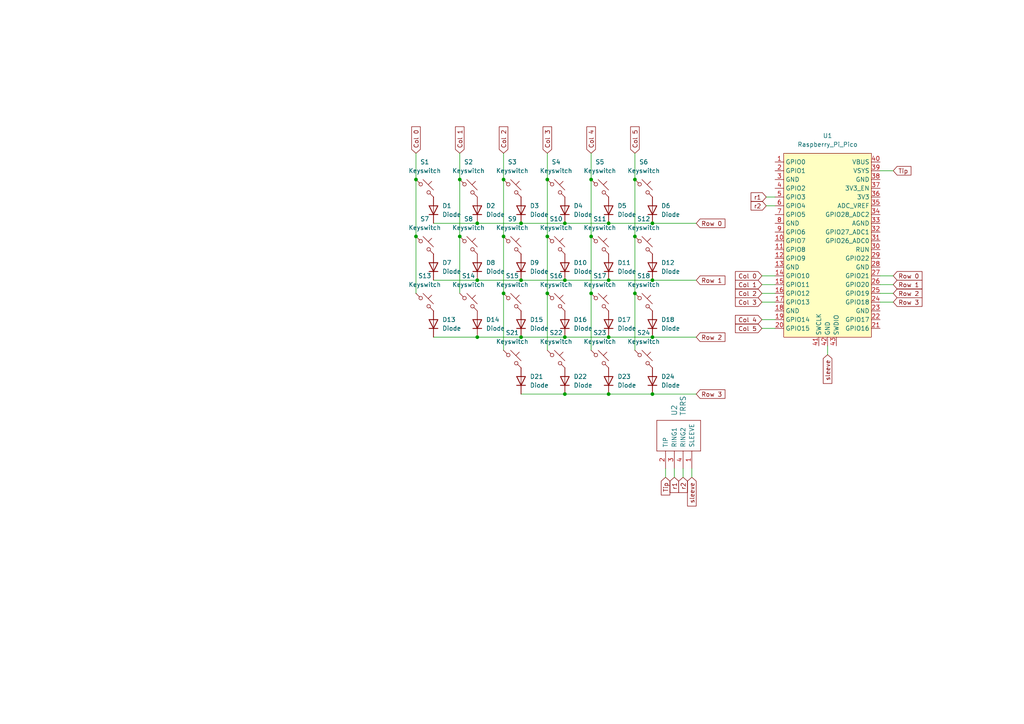
<source format=kicad_sch>
(kicad_sch (version 20231120) (generator "eeschema") (generator_version "8.0")
  (paper "A4")
  (lib_symbols
    (symbol "ScottoKeebs:MCU_Raspberry_Pi_Pico"
      (property "Reference" "U" (at 0 0 0))
      (property "Value" "Raspberry_Pi_Pico" (at 0 27.94 0))
      (symbol "MCU_Raspberry_Pi_Pico_0_1"
        (rectangle (start -12.7 26.67) (end 12.7 -26.67) (fill (type background)))
      )
      (symbol "MCU_Raspberry_Pi_Pico_1_1"
        (pin bidirectional line (at -15.24 24.13 0) (length 2.54) (name "GPIO0") (number "1"))
        (pin bidirectional line (at -15.24 1.27 0) (length 2.54) (name "GPIO7") (number "10"))
        (pin bidirectional line (at -15.24 -1.27 0) (length 2.54) (name "GPIO8") (number "11"))
        (pin bidirectional line (at -15.24 -3.81 0) (length 2.54) (name "GPIO9") (number "12"))
        (pin power_in line (at -15.24 -6.35 0) (length 2.54) (name "GND") (number "13"))
        (pin bidirectional line (at -15.24 -8.89 0) (length 2.54) (name "GPIO10") (number "14"))
        (pin bidirectional line (at -15.24 -11.43 0) (length 2.54) (name "GPIO11") (number "15"))
        (pin bidirectional line (at -15.24 -13.97 0) (length 2.54) (name "GPIO12") (number "16"))
        (pin bidirectional line (at -15.24 -16.51 0) (length 2.54) (name "GPIO13") (number "17"))
        (pin power_in line (at -15.24 -19.05 0) (length 2.54) (name "GND") (number "18"))
        (pin bidirectional line (at -15.24 -21.59 0) (length 2.54) (name "GPIO14") (number "19"))
        (pin bidirectional line (at -15.24 21.59 0) (length 2.54) (name "GPIO1") (number "2"))
        (pin bidirectional line (at -15.24 -24.13 0) (length 2.54) (name "GPIO15") (number "20"))
        (pin bidirectional line (at 15.24 -24.13 180) (length 2.54) (name "GPIO16") (number "21"))
        (pin bidirectional line (at 15.24 -21.59 180) (length 2.54) (name "GPIO17") (number "22"))
        (pin power_in line (at 15.24 -19.05 180) (length 2.54) (name "GND") (number "23"))
        (pin bidirectional line (at 15.24 -16.51 180) (length 2.54) (name "GPIO18") (number "24"))
        (pin bidirectional line (at 15.24 -13.97 180) (length 2.54) (name "GPIO19") (number "25"))
        (pin bidirectional line (at 15.24 -11.43 180) (length 2.54) (name "GPIO20") (number "26"))
        (pin bidirectional line (at 15.24 -8.89 180) (length 2.54) (name "GPIO21") (number "27"))
        (pin power_in line (at 15.24 -6.35 180) (length 2.54) (name "GND") (number "28"))
        (pin bidirectional line (at 15.24 -3.81 180) (length 2.54) (name "GPIO22") (number "29"))
        (pin power_in line (at -15.24 19.05 0) (length 2.54) (name "GND") (number "3"))
        (pin input line (at 15.24 -1.27 180) (length 2.54) (name "RUN") (number "30"))
        (pin bidirectional line (at 15.24 1.27 180) (length 2.54) (name "GPIO26_ADC0") (number "31"))
        (pin bidirectional line (at 15.24 3.81 180) (length 2.54) (name "GPIO27_ADC1") (number "32"))
        (pin power_in line (at 15.24 6.35 180) (length 2.54) (name "AGND") (number "33"))
        (pin bidirectional line (at 15.24 8.89 180) (length 2.54) (name "GPIO28_ADC2") (number "34"))
        (pin power_in line (at 15.24 11.43 180) (length 2.54) (name "ADC_VREF") (number "35"))
        (pin power_in line (at 15.24 13.97 180) (length 2.54) (name "3V3") (number "36"))
        (pin input line (at 15.24 16.51 180) (length 2.54) (name "3V3_EN") (number "37"))
        (pin bidirectional line (at 15.24 19.05 180) (length 2.54) (name "GND") (number "38"))
        (pin power_in line (at 15.24 21.59 180) (length 2.54) (name "VSYS") (number "39"))
        (pin bidirectional line (at -15.24 16.51 0) (length 2.54) (name "GPIO2") (number "4"))
        (pin power_in line (at 15.24 24.13 180) (length 2.54) (name "VBUS") (number "40"))
        (pin input line (at -2.54 -29.21 90) (length 2.54) (name "SWCLK") (number "41"))
        (pin power_in line (at 0 -29.21 90) (length 2.54) (name "GND") (number "42"))
        (pin bidirectional line (at 2.54 -29.21 90) (length 2.54) (name "SWDIO") (number "43"))
        (pin bidirectional line (at -15.24 13.97 0) (length 2.54) (name "GPIO3") (number "5"))
        (pin bidirectional line (at -15.24 11.43 0) (length 2.54) (name "GPIO4") (number "6"))
        (pin bidirectional line (at -15.24 8.89 0) (length 2.54) (name "GPIO5") (number "7"))
        (pin power_in line (at -15.24 6.35 0) (length 2.54) (name "GND") (number "8"))
        (pin bidirectional line (at -15.24 3.81 0) (length 2.54) (name "GPIO6") (number "9"))
      )
    )
    (symbol "ScottoKeebs:Placeholder_Diode" (pin_numbers hide) (pin_names hide)
      (property "Reference" "D" (at 0 2.54 0))
      (property "Value" "Diode" (at 0 -2.54 0))
      (symbol "Placeholder_Diode_0_1"
        (polyline (pts (xy -1.27 1.27) (xy -1.27 -1.27)) (stroke (width 0.254)))
        (polyline (pts (xy 1.27 0) (xy -1.27 0)))
        (polyline (pts (xy 1.27 1.27) (xy 1.27 -1.27) (xy -1.27 0) (xy 1.27 1.27)) (stroke (width 0.254)))
      )
      (symbol "Placeholder_Diode_1_1"
        (pin passive line (at -3.81 0 0) (length 2.54) (name "K") (number "1"))
        (pin passive line (at 3.81 0 180) (length 2.54) (name "A") (number "2"))
      )
    )
    (symbol "ScottoKeebs:Placeholder_Keyswitch" (pin_numbers hide) (pin_names (offset 1.016) hide)
      (property "Reference" "S" (at 3.048 1.016 0))
      (property "Value" "Keyswitch" (at 0 -3.81 0))
      (symbol "Placeholder_Keyswitch_0_1"
        (circle (center -1.1684 1.1684) (radius 0.508))
        (polyline (pts (xy -0.508 2.54) (xy 2.54 -0.508)))
        (polyline (pts (xy 1.016 1.016) (xy 2.032 2.032)))
        (polyline (pts (xy -2.54 2.54) (xy -1.524 1.524) (xy -1.524 1.524)))
        (polyline (pts (xy 1.524 -1.524) (xy 2.54 -2.54) (xy 2.54 -2.54) (xy 2.54 -2.54)))
        (circle (center 1.143 -1.1938) (radius 0.508))
        (pin passive line (at -2.54 2.54 0) (length 0) (name "1") (number "1"))
        (pin passive line (at 2.54 -2.54 180) (length 0) (name "2") (number "2"))
      )
    )
    (symbol "ScottoKeebs:Placeholder_TRRS" (pin_names (offset 1.016))
      (property "Reference" "U" (at 0 15.24 0))
      (property "Value" "TRRS" (at 0 -2.54 0))
      (symbol "Placeholder_TRRS_0_1"
        (rectangle (start -3.81 0) (end -3.81 12.7))
        (rectangle (start -3.81 0) (end 5.08 0))
        (rectangle (start -3.81 12.7) (end 5.08 12.7))
        (rectangle (start 5.08 12.7) (end 5.08 0))
      )
      (symbol "Placeholder_TRRS_1_1"
        (pin input line (at -8.89 2.54 0) (length 5.08) (name "SLEEVE") (number "1"))
        (pin input line (at -8.89 10.16 0) (length 5.08) (name "TIP") (number "2"))
        (pin input line (at -8.89 7.62 0) (length 5.08) (name "RING1") (number "3"))
        (pin input line (at -8.89 5.08 0) (length 5.08) (name "RING2") (number "4"))
      )
    )
  )
  (junction (at 163.83 81.28))
  (junction (at 176.53 114.3))
  (junction (at 138.43 81.28))
  (junction (at 151.13 81.28))
  (junction (at 184.15 52.07))
  (junction (at 163.83 114.3))
  (junction (at 120.65 68.58))
  (junction (at 146.05 52.07))
  (junction (at 189.23 114.3))
  (junction (at 133.35 52.07))
  (junction (at 163.83 64.77))
  (junction (at 184.15 85.09))
  (junction (at 184.15 68.58))
  (junction (at 158.75 85.09))
  (junction (at 171.45 85.09))
  (junction (at 146.05 85.09))
  (junction (at 158.75 52.07))
  (junction (at 138.43 97.79))
  (junction (at 189.23 81.28))
  (junction (at 138.43 64.77))
  (junction (at 158.75 68.58))
  (junction (at 189.23 64.77))
  (junction (at 171.45 52.07))
  (junction (at 189.23 97.79))
  (junction (at 176.53 64.77))
  (junction (at 151.13 64.77))
  (junction (at 163.83 97.79))
  (junction (at 176.53 81.28))
  (junction (at 151.13 97.79))
  (junction (at 146.05 68.58))
  (junction (at 120.65 52.07))
  (junction (at 176.53 97.79))
  (junction (at 171.45 68.58))
  (junction (at 133.35 68.58))
  (wire (pts (xy 184.15 68.58) (xy 184.15 85.09)))
  (wire (pts (xy 220.98 85.09) (xy 224.79 85.09)))
  (wire (pts (xy 220.98 80.01) (xy 224.79 80.01)))
  (wire (pts (xy 184.15 52.07) (xy 184.15 68.58)))
  (wire (pts (xy 198.12 135.89) (xy 198.12 138.43)))
  (wire (pts (xy 176.53 97.79) (xy 189.23 97.79)))
  (wire (pts (xy 120.65 52.07) (xy 120.65 68.58)))
  (wire (pts (xy 133.35 68.58) (xy 133.35 85.09)))
  (wire (pts (xy 259.08 87.63) (xy 255.27 87.63)))
  (wire (pts (xy 176.53 64.77) (xy 189.23 64.77)))
  (wire (pts (xy 259.08 82.55) (xy 255.27 82.55)))
  (wire (pts (xy 224.79 57.15) (xy 222.25 57.15)))
  (wire (pts (xy 176.53 81.28) (xy 189.23 81.28)))
  (wire (pts (xy 151.13 64.77) (xy 163.83 64.77)))
  (wire (pts (xy 200.66 135.89) (xy 200.66 138.43)))
  (wire (pts (xy 133.35 52.07) (xy 133.35 68.58)))
  (wire (pts (xy 163.83 114.3) (xy 176.53 114.3)))
  (wire (pts (xy 171.45 52.07) (xy 171.45 68.58)))
  (wire (pts (xy 146.05 52.07) (xy 146.05 68.58)))
  (wire (pts (xy 189.23 64.77) (xy 201.93 64.77)))
  (wire (pts (xy 151.13 97.79) (xy 163.83 97.79)))
  (wire (pts (xy 138.43 81.28) (xy 151.13 81.28)))
  (wire (pts (xy 220.98 87.63) (xy 224.79 87.63)))
  (wire (pts (xy 138.43 97.79) (xy 151.13 97.79)))
  (wire (pts (xy 171.45 85.09) (xy 171.45 101.6)))
  (wire (pts (xy 171.45 44.45) (xy 171.45 52.07)))
  (wire (pts (xy 120.65 44.45) (xy 120.65 52.07)))
  (wire (pts (xy 189.23 97.79) (xy 201.93 97.79)))
  (wire (pts (xy 120.65 68.58) (xy 120.65 85.09)))
  (wire (pts (xy 171.45 68.58) (xy 171.45 85.09)))
  (wire (pts (xy 240.03 100.33) (xy 240.03 102.87)))
  (wire (pts (xy 146.05 85.09) (xy 146.05 101.6)))
  (wire (pts (xy 220.98 82.55) (xy 224.79 82.55)))
  (wire (pts (xy 259.08 85.09) (xy 255.27 85.09)))
  (wire (pts (xy 125.73 81.28) (xy 138.43 81.28)))
  (wire (pts (xy 125.73 64.77) (xy 138.43 64.77)))
  (wire (pts (xy 255.27 49.53) (xy 259.08 49.53)))
  (wire (pts (xy 176.53 114.3) (xy 189.23 114.3)))
  (wire (pts (xy 259.08 80.01) (xy 255.27 80.01)))
  (wire (pts (xy 125.73 97.79) (xy 138.43 97.79)))
  (wire (pts (xy 158.75 52.07) (xy 158.75 68.58)))
  (wire (pts (xy 224.79 59.69) (xy 222.25 59.69)))
  (wire (pts (xy 151.13 81.28) (xy 163.83 81.28)))
  (wire (pts (xy 133.35 44.45) (xy 133.35 52.07)))
  (wire (pts (xy 158.75 68.58) (xy 158.75 85.09)))
  (wire (pts (xy 158.75 44.45) (xy 158.75 52.07)))
  (wire (pts (xy 146.05 68.58) (xy 146.05 85.09)))
  (wire (pts (xy 189.23 114.3) (xy 201.93 114.3)))
  (wire (pts (xy 193.04 135.89) (xy 193.04 138.43)))
  (wire (pts (xy 163.83 81.28) (xy 176.53 81.28)))
  (wire (pts (xy 189.23 81.28) (xy 201.93 81.28)))
  (wire (pts (xy 220.98 92.71) (xy 224.79 92.71)))
  (wire (pts (xy 220.98 95.25) (xy 224.79 95.25)))
  (wire (pts (xy 138.43 64.77) (xy 151.13 64.77)))
  (wire (pts (xy 151.13 114.3) (xy 163.83 114.3)))
  (wire (pts (xy 163.83 64.77) (xy 176.53 64.77)))
  (wire (pts (xy 195.58 135.89) (xy 195.58 138.43)))
  (wire (pts (xy 158.75 85.09) (xy 158.75 101.6)))
  (wire (pts (xy 146.05 44.45) (xy 146.05 52.07)))
  (wire (pts (xy 163.83 97.79) (xy 176.53 97.79)))
  (wire (pts (xy 184.15 85.09) (xy 184.15 101.6)))
  (wire (pts (xy 184.15 44.45) (xy 184.15 52.07)))
  (global_label "r2" (shape input) (at 198.12 138.43 270) (property "Intersheetrefs" "${INTERSHEET_REFS}" (effects (hide yes))))
  (global_label "Row 1" (shape input) (at 201.93 81.28 0) (property "Intersheetrefs" "${INTERSHEET_REFS}" (effects (hide yes))))
  (global_label "Col 1" (shape input) (at 220.98 82.55 180) (property "Intersheetrefs" "${INTERSHEET_REFS}" (effects (hide yes))))
  (global_label "Col 0" (shape input) (at 120.65 44.45 90) (property "Intersheetrefs" "${INTERSHEET_REFS}" (effects (hide yes))))
  (global_label "r1" (shape input) (at 222.25 57.15 180) (property "Intersheetrefs" "${INTERSHEET_REFS}" (effects (hide yes))))
  (global_label "sleeve" (shape input) (at 240.03 102.87 270) (property "Intersheetrefs" "${INTERSHEET_REFS}" (effects (hide yes))))
  (global_label "Row 3" (shape input) (at 201.93 114.3 0) (property "Intersheetrefs" "${INTERSHEET_REFS}" (effects (hide yes))))
  (global_label "Col 4" (shape input) (at 171.45 44.45 90) (property "Intersheetrefs" "${INTERSHEET_REFS}" (effects (hide yes))))
  (global_label "Row 0" (shape input) (at 201.93 64.77 0) (property "Intersheetrefs" "${INTERSHEET_REFS}" (effects (hide yes))))
  (global_label "Col 3" (shape input) (at 158.75 44.45 90) (property "Intersheetrefs" "${INTERSHEET_REFS}" (effects (hide yes))))
  (global_label "Row 1" (shape input) (at 259.08 82.55 0) (property "Intersheetrefs" "${INTERSHEET_REFS}" (effects (hide yes))))
  (global_label "Col 3" (shape input) (at 220.98 87.63 180) (property "Intersheetrefs" "${INTERSHEET_REFS}" (effects (hide yes))))
  (global_label "Tip" (shape input) (at 259.08 49.53 0) (property "Intersheetrefs" "${INTERSHEET_REFS}" (effects (hide yes))))
  (global_label "Tip" (shape input) (at 193.04 138.43 270) (property "Intersheetrefs" "${INTERSHEET_REFS}" (effects (hide yes))))
  (global_label "Row 0" (shape input) (at 259.08 80.01 0) (property "Intersheetrefs" "${INTERSHEET_REFS}" (effects (hide yes))))
  (global_label "Col 1" (shape input) (at 133.35 44.45 90) (property "Intersheetrefs" "${INTERSHEET_REFS}" (effects (hide yes))))
  (global_label "Row 2" (shape input) (at 259.08 85.09 0) (property "Intersheetrefs" "${INTERSHEET_REFS}" (effects (hide yes))))
  (global_label "Col 2" (shape input) (at 220.98 85.09 180) (property "Intersheetrefs" "${INTERSHEET_REFS}" (effects (hide yes))))
  (global_label "r1" (shape input) (at 195.58 138.43 270) (property "Intersheetrefs" "${INTERSHEET_REFS}" (effects (hide yes))))
  (global_label "Col 5" (shape input) (at 184.15 44.45 90) (property "Intersheetrefs" "${INTERSHEET_REFS}" (effects (hide yes))))
  (global_label "Row 2" (shape input) (at 201.93 97.79 0) (property "Intersheetrefs" "${INTERSHEET_REFS}" (effects (hide yes))))
  (global_label "Col 2" (shape input) (at 146.05 44.45 90) (property "Intersheetrefs" "${INTERSHEET_REFS}" (effects (hide yes))))
  (global_label "Row 3" (shape input) (at 259.08 87.63 0) (property "Intersheetrefs" "${INTERSHEET_REFS}" (effects (hide yes))))
  (global_label "Col 4" (shape input) (at 220.98 92.71 180) (property "Intersheetrefs" "${INTERSHEET_REFS}" (effects (hide yes))))
  (global_label "sleeve" (shape input) (at 200.66 138.43 270) (property "Intersheetrefs" "${INTERSHEET_REFS}" (effects (hide yes))))
  (global_label "Col 0" (shape input) (at 220.98 80.01 180) (property "Intersheetrefs" "${INTERSHEET_REFS}" (effects (hide yes))))
  (global_label "Col 5" (shape input) (at 220.98 95.25 180) (property "Intersheetrefs" "${INTERSHEET_REFS}" (effects (hide yes))))
  (global_label "r2" (shape input) (at 222.25 59.69 180) (property "Intersheetrefs" "${INTERSHEET_REFS}" (effects (hide yes))))
  (symbol (lib_id "ScottoKeebs:Placeholder_Keyswitch") (at 148.59 71.12 0) (unit 1)
    (property "Reference" "S9" (at 148.59 63.5 0))
    (property "Value" "Keyswitch" (at 148.59 66.04 0))
    (property "Footprint" "ScottoKeebs_MX:MX_PCB_1.00u" (effects (hide yes)))
    (property "Description" "Push button switch, normally open, two pins, 45° tilted" (effects (hide yes)))
  )
  (symbol (lib_id "ScottoKeebs:Placeholder_Diode") (at 138.43 93.98 90) (unit 1)
    (property "Reference" "D14" (at 140.97 92.7099 90) (effects (justify right)))
    (property "Value" "Diode" (at 140.97 95.2499 90) (effects (justify right)))
    (property "Footprint" "ScottoKeebs_Components:Diode_DO-35" (effects (hide yes)))
    (property "Description" "1N4148 (DO-35) or 1N4148W (SOD-123)" (effects (hide yes)))
    (property "Sim.Device" "D" (effects (hide yes)))
    (property "Sim.Pins" "1=K 2=A" (effects (hide yes)))
  )
  (symbol (lib_id "ScottoKeebs:Placeholder_Diode") (at 176.53 93.98 90) (unit 1)
    (property "Reference" "D17" (at 179.07 92.7099 90) (effects (justify right)))
    (property "Value" "Diode" (at 179.07 95.2499 90) (effects (justify right)))
    (property "Footprint" "ScottoKeebs_Components:Diode_DO-35" (effects (hide yes)))
    (property "Description" "1N4148 (DO-35) or 1N4148W (SOD-123)" (effects (hide yes)))
    (property "Sim.Device" "D" (effects (hide yes)))
    (property "Sim.Pins" "1=K 2=A" (effects (hide yes)))
  )
  (symbol (lib_id "ScottoKeebs:Placeholder_Keyswitch") (at 161.29 54.61 0) (unit 1)
    (property "Reference" "S4" (at 161.29 46.99 0))
    (property "Value" "Keyswitch" (at 161.29 49.53 0))
    (property "Footprint" "ScottoKeebs_MX:MX_PCB_1.00u" (effects (hide yes)))
    (property "Description" "Push button switch, normally open, two pins, 45° tilted" (effects (hide yes)))
  )
  (symbol (lib_id "ScottoKeebs:MCU_Raspberry_Pi_Pico") (at 240.03 71.12 0) (unit 1)
    (property "Reference" "U1" (at 240.03 39.37 0))
    (property "Value" "Raspberry_Pi_Pico" (at 240.03 41.91 0))
    (property "Footprint" "ScottoKeebs_MCU:Raspberry_Pi_Pico" (effects (hide yes)))
  )
  (symbol (lib_id "ScottoKeebs:Placeholder_Diode") (at 189.23 93.98 90) (unit 1)
    (property "Reference" "D18" (at 191.77 92.7099 90) (effects (justify right)))
    (property "Value" "Diode" (at 191.77 95.2499 90) (effects (justify right)))
    (property "Footprint" "ScottoKeebs_Components:Diode_DO-35" (effects (hide yes)))
    (property "Description" "1N4148 (DO-35) or 1N4148W (SOD-123)" (effects (hide yes)))
    (property "Sim.Device" "D" (effects (hide yes)))
    (property "Sim.Pins" "1=K 2=A" (effects (hide yes)))
  )
  (symbol (lib_id "ScottoKeebs:Placeholder_Keyswitch") (at 123.19 54.61 0) (unit 1)
    (property "Reference" "S1" (at 123.19 46.99 0))
    (property "Value" "Keyswitch" (at 123.19 49.53 0))
    (property "Footprint" "ScottoKeebs_MX:MX_PCB_1.00u" (effects (hide yes)))
    (property "Description" "Push button switch, normally open, two pins, 45° tilted" (effects (hide yes)))
  )
  (symbol (lib_id "ScottoKeebs:Placeholder_Diode") (at 125.73 77.47 90) (unit 1)
    (property "Reference" "D7" (at 128.27 76.1999 90) (effects (justify right)))
    (property "Value" "Diode" (at 128.27 78.7399 90) (effects (justify right)))
    (property "Footprint" "ScottoKeebs_Components:Diode_DO-35" (effects (hide yes)))
    (property "Description" "1N4148 (DO-35) or 1N4148W (SOD-123)" (effects (hide yes)))
    (property "Sim.Device" "D" (effects (hide yes)))
    (property "Sim.Pins" "1=K 2=A" (effects (hide yes)))
  )
  (symbol (lib_id "ScottoKeebs:Placeholder_Diode") (at 151.13 93.98 90) (unit 1)
    (property "Reference" "D15" (at 153.67 92.7099 90) (effects (justify right)))
    (property "Value" "Diode" (at 153.67 95.2499 90) (effects (justify right)))
    (property "Footprint" "ScottoKeebs_Components:Diode_DO-35" (effects (hide yes)))
    (property "Description" "1N4148 (DO-35) or 1N4148W (SOD-123)" (effects (hide yes)))
    (property "Sim.Device" "D" (effects (hide yes)))
    (property "Sim.Pins" "1=K 2=A" (effects (hide yes)))
  )
  (symbol (lib_id "ScottoKeebs:Placeholder_Diode") (at 163.83 93.98 90) (unit 1)
    (property "Reference" "D16" (at 166.37 92.7099 90) (effects (justify right)))
    (property "Value" "Diode" (at 166.37 95.2499 90) (effects (justify right)))
    (property "Footprint" "ScottoKeebs_Components:Diode_DO-35" (effects (hide yes)))
    (property "Description" "1N4148 (DO-35) or 1N4148W (SOD-123)" (effects (hide yes)))
    (property "Sim.Device" "D" (effects (hide yes)))
    (property "Sim.Pins" "1=K 2=A" (effects (hide yes)))
  )
  (symbol (lib_id "ScottoKeebs:Placeholder_Diode") (at 138.43 60.96 90) (unit 1)
    (property "Reference" "D2" (at 140.97 59.6899 90) (effects (justify right)))
    (property "Value" "Diode" (at 140.97 62.2299 90) (effects (justify right)))
    (property "Footprint" "ScottoKeebs_Components:Diode_DO-35" (effects (hide yes)))
    (property "Description" "1N4148 (DO-35) or 1N4148W (SOD-123)" (effects (hide yes)))
    (property "Sim.Device" "D" (effects (hide yes)))
    (property "Sim.Pins" "1=K 2=A" (effects (hide yes)))
  )
  (symbol (lib_id "ScottoKeebs:Placeholder_Keyswitch") (at 148.59 87.63 0) (unit 1)
    (property "Reference" "S15" (at 148.59 80.01 0))
    (property "Value" "Keyswitch" (at 148.59 82.55 0))
    (property "Footprint" "ScottoKeebs_MX:MX_PCB_1.00u" (effects (hide yes)))
    (property "Description" "Push button switch, normally open, two pins, 45° tilted" (effects (hide yes)))
  )
  (symbol (lib_id "ScottoKeebs:Placeholder_Diode") (at 163.83 77.47 90) (unit 1)
    (property "Reference" "D10" (at 166.37 76.1999 90) (effects (justify right)))
    (property "Value" "Diode" (at 166.37 78.7399 90) (effects (justify right)))
    (property "Footprint" "ScottoKeebs_Components:Diode_DO-35" (effects (hide yes)))
    (property "Description" "1N4148 (DO-35) or 1N4148W (SOD-123)" (effects (hide yes)))
    (property "Sim.Device" "D" (effects (hide yes)))
    (property "Sim.Pins" "1=K 2=A" (effects (hide yes)))
  )
  (symbol (lib_id "ScottoKeebs:Placeholder_Keyswitch") (at 186.69 87.63 0) (unit 1)
    (property "Reference" "S18" (at 186.69 80.01 0))
    (property "Value" "Keyswitch" (at 186.69 82.55 0))
    (property "Footprint" "ScottoKeebs_MX:MX_PCB_1.00u" (effects (hide yes)))
    (property "Description" "Push button switch, normally open, two pins, 45° tilted" (effects (hide yes)))
  )
  (symbol (lib_id "ScottoKeebs:Placeholder_Diode") (at 163.83 60.96 90) (unit 1)
    (property "Reference" "D4" (at 166.37 59.6899 90) (effects (justify right)))
    (property "Value" "Diode" (at 166.37 62.2299 90) (effects (justify right)))
    (property "Footprint" "ScottoKeebs_Components:Diode_DO-35" (effects (hide yes)))
    (property "Description" "1N4148 (DO-35) or 1N4148W (SOD-123)" (effects (hide yes)))
    (property "Sim.Device" "D" (effects (hide yes)))
    (property "Sim.Pins" "1=K 2=A" (effects (hide yes)))
  )
  (symbol (lib_id "ScottoKeebs:Placeholder_Diode") (at 163.83 110.49 90) (unit 1)
    (property "Reference" "D22" (at 166.37 109.2199 90) (effects (justify right)))
    (property "Value" "Diode" (at 166.37 111.7599 90) (effects (justify right)))
    (property "Footprint" "ScottoKeebs_Components:Diode_DO-35" (effects (hide yes)))
    (property "Description" "1N4148 (DO-35) or 1N4148W (SOD-123)" (effects (hide yes)))
    (property "Sim.Device" "D" (effects (hide yes)))
    (property "Sim.Pins" "1=K 2=A" (effects (hide yes)))
  )
  (symbol (lib_id "ScottoKeebs:Placeholder_Keyswitch") (at 173.99 71.12 0) (unit 1)
    (property "Reference" "S11" (at 173.99 63.5 0))
    (property "Value" "Keyswitch" (at 173.99 66.04 0))
    (property "Footprint" "ScottoKeebs_MX:MX_PCB_1.00u" (effects (hide yes)))
    (property "Description" "Push button switch, normally open, two pins, 45° tilted" (effects (hide yes)))
  )
  (symbol (lib_id "ScottoKeebs:Placeholder_Keyswitch") (at 186.69 104.14 0) (unit 1)
    (property "Reference" "S24" (at 186.69 96.52 0))
    (property "Value" "Keyswitch" (at 186.69 99.06 0))
    (property "Footprint" "ScottoKeebs_MX:MX_PCB_1.50u" (effects (hide yes)))
    (property "Description" "Push button switch, normally open, two pins, 45° tilted" (effects (hide yes)))
  )
  (symbol (lib_id "ScottoKeebs:Placeholder_TRRS") (at 203.2 127 90) (unit 1)
    (property "Reference" "U2" (at 195.5799 120.65 0) (effects (font (size 1.524 1.524)) (justify left)))
    (property "Value" "TRRS" (at 198.1199 120.65 0) (effects (font (size 1.524 1.524)) (justify left)))
    (property "Footprint" "ScottoKeebs_Components:TRRS_PJ-320A" (effects (hide yes)))
  )
  (symbol (lib_id "ScottoKeebs:Placeholder_Diode") (at 189.23 77.47 90) (unit 1)
    (property "Reference" "D12" (at 191.77 76.1999 90) (effects (justify right)))
    (property "Value" "Diode" (at 191.77 78.7399 90) (effects (justify right)))
    (property "Footprint" "ScottoKeebs_Components:Diode_DO-35" (effects (hide yes)))
    (property "Description" "1N4148 (DO-35) or 1N4148W (SOD-123)" (effects (hide yes)))
    (property "Sim.Device" "D" (effects (hide yes)))
    (property "Sim.Pins" "1=K 2=A" (effects (hide yes)))
  )
  (symbol (lib_id "ScottoKeebs:Placeholder_Diode") (at 125.73 93.98 90) (unit 1)
    (property "Reference" "D13" (at 128.27 92.7099 90) (effects (justify right)))
    (property "Value" "Diode" (at 128.27 95.2499 90) (effects (justify right)))
    (property "Footprint" "ScottoKeebs_Components:Diode_DO-35" (effects (hide yes)))
    (property "Description" "1N4148 (DO-35) or 1N4148W (SOD-123)" (effects (hide yes)))
    (property "Sim.Device" "D" (effects (hide yes)))
    (property "Sim.Pins" "1=K 2=A" (effects (hide yes)))
  )
  (symbol (lib_id "ScottoKeebs:Placeholder_Diode") (at 125.73 60.96 90) (unit 1)
    (property "Reference" "D1" (at 128.27 59.6899 90) (effects (justify right)))
    (property "Value" "Diode" (at 128.27 62.2299 90) (effects (justify right)))
    (property "Footprint" "ScottoKeebs_Components:Diode_DO-35" (effects (hide yes)))
    (property "Description" "1N4148 (DO-35) or 1N4148W (SOD-123)" (effects (hide yes)))
    (property "Sim.Device" "D" (effects (hide yes)))
    (property "Sim.Pins" "1=K 2=A" (effects (hide yes)))
  )
  (symbol (lib_id "ScottoKeebs:Placeholder_Keyswitch") (at 186.69 71.12 0) (unit 1)
    (property "Reference" "S12" (at 186.69 63.5 0))
    (property "Value" "Keyswitch" (at 186.69 66.04 0))
    (property "Footprint" "ScottoKeebs_MX:MX_PCB_1.00u" (effects (hide yes)))
    (property "Description" "Push button switch, normally open, two pins, 45° tilted" (effects (hide yes)))
  )
  (symbol (lib_id "ScottoKeebs:Placeholder_Diode") (at 176.53 77.47 90) (unit 1)
    (property "Reference" "D11" (at 179.07 76.1999 90) (effects (justify right)))
    (property "Value" "Diode" (at 179.07 78.7399 90) (effects (justify right)))
    (property "Footprint" "ScottoKeebs_Components:Diode_DO-35" (effects (hide yes)))
    (property "Description" "1N4148 (DO-35) or 1N4148W (SOD-123)" (effects (hide yes)))
    (property "Sim.Device" "D" (effects (hide yes)))
    (property "Sim.Pins" "1=K 2=A" (effects (hide yes)))
  )
  (symbol (lib_id "ScottoKeebs:Placeholder_Keyswitch") (at 148.59 54.61 0) (unit 1)
    (property "Reference" "S3" (at 148.59 46.99 0))
    (property "Value" "Keyswitch" (at 148.59 49.53 0))
    (property "Footprint" "ScottoKeebs_MX:MX_PCB_1.00u" (effects (hide yes)))
    (property "Description" "Push button switch, normally open, two pins, 45° tilted" (effects (hide yes)))
  )
  (symbol (lib_id "ScottoKeebs:Placeholder_Diode") (at 176.53 110.49 90) (unit 1)
    (property "Reference" "D23" (at 179.07 109.2199 90) (effects (justify right)))
    (property "Value" "Diode" (at 179.07 111.7599 90) (effects (justify right)))
    (property "Footprint" "ScottoKeebs_Components:Diode_DO-35" (effects (hide yes)))
    (property "Description" "1N4148 (DO-35) or 1N4148W (SOD-123)" (effects (hide yes)))
    (property "Sim.Device" "D" (effects (hide yes)))
    (property "Sim.Pins" "1=K 2=A" (effects (hide yes)))
  )
  (symbol (lib_id "ScottoKeebs:Placeholder_Diode") (at 151.13 77.47 90) (unit 1)
    (property "Reference" "D9" (at 153.67 76.1999 90) (effects (justify right)))
    (property "Value" "Diode" (at 153.67 78.7399 90) (effects (justify right)))
    (property "Footprint" "ScottoKeebs_Components:Diode_DO-35" (effects (hide yes)))
    (property "Description" "1N4148 (DO-35) or 1N4148W (SOD-123)" (effects (hide yes)))
    (property "Sim.Device" "D" (effects (hide yes)))
    (property "Sim.Pins" "1=K 2=A" (effects (hide yes)))
  )
  (symbol (lib_id "ScottoKeebs:Placeholder_Diode") (at 138.43 77.47 90) (unit 1)
    (property "Reference" "D8" (at 140.97 76.1999 90) (effects (justify right)))
    (property "Value" "Diode" (at 140.97 78.7399 90) (effects (justify right)))
    (property "Footprint" "ScottoKeebs_Components:Diode_DO-35" (effects (hide yes)))
    (property "Description" "1N4148 (DO-35) or 1N4148W (SOD-123)" (effects (hide yes)))
    (property "Sim.Device" "D" (effects (hide yes)))
    (property "Sim.Pins" "1=K 2=A" (effects (hide yes)))
  )
  (symbol (lib_id "ScottoKeebs:Placeholder_Keyswitch") (at 186.69 54.61 0) (unit 1)
    (property "Reference" "S6" (at 186.69 46.99 0))
    (property "Value" "Keyswitch" (at 186.69 49.53 0))
    (property "Footprint" "ScottoKeebs_MX:MX_PCB_1.00u" (effects (hide yes)))
    (property "Description" "Push button switch, normally open, two pins, 45° tilted" (effects (hide yes)))
  )
  (symbol (lib_id "ScottoKeebs:Placeholder_Keyswitch") (at 135.89 87.63 0) (unit 1)
    (property "Reference" "S14" (at 135.89 80.01 0))
    (property "Value" "Keyswitch" (at 135.89 82.55 0))
    (property "Footprint" "ScottoKeebs_MX:MX_PCB_1.00u" (effects (hide yes)))
    (property "Description" "Push button switch, normally open, two pins, 45° tilted" (effects (hide yes)))
  )
  (symbol (lib_id "ScottoKeebs:Placeholder_Keyswitch") (at 123.19 87.63 0) (unit 1)
    (property "Reference" "S13" (at 123.19 80.01 0))
    (property "Value" "Keyswitch" (at 123.19 82.55 0))
    (property "Footprint" "ScottoKeebs_MX:MX_PCB_1.00u" (effects (hide yes)))
    (property "Description" "Push button switch, normally open, two pins, 45° tilted" (effects (hide yes)))
  )
  (symbol (lib_id "ScottoKeebs:Placeholder_Keyswitch") (at 135.89 71.12 0) (unit 1)
    (property "Reference" "S8" (at 135.89 63.5 0))
    (property "Value" "Keyswitch" (at 135.89 66.04 0))
    (property "Footprint" "ScottoKeebs_MX:MX_PCB_1.00u" (effects (hide yes)))
    (property "Description" "Push button switch, normally open, two pins, 45° tilted" (effects (hide yes)))
  )
  (symbol (lib_id "ScottoKeebs:Placeholder_Keyswitch") (at 148.59 104.14 0) (unit 1)
    (property "Reference" "S21" (at 148.59 96.52 0))
    (property "Value" "Keyswitch" (at 148.59 99.06 0))
    (property "Footprint" "ScottoKeebs_MX:MX_PCB_1.00u" (effects (hide yes)))
    (property "Description" "Push button switch, normally open, two pins, 45° tilted" (effects (hide yes)))
  )
  (symbol (lib_id "ScottoKeebs:Placeholder_Diode") (at 176.53 60.96 90) (unit 1)
    (property "Reference" "D5" (at 179.07 59.6899 90) (effects (justify right)))
    (property "Value" "Diode" (at 179.07 62.2299 90) (effects (justify right)))
    (property "Footprint" "ScottoKeebs_Components:Diode_DO-35" (effects (hide yes)))
    (property "Description" "1N4148 (DO-35) or 1N4148W (SOD-123)" (effects (hide yes)))
    (property "Sim.Device" "D" (effects (hide yes)))
    (property "Sim.Pins" "1=K 2=A" (effects (hide yes)))
  )
  (symbol (lib_id "ScottoKeebs:Placeholder_Keyswitch") (at 173.99 87.63 0) (unit 1)
    (property "Reference" "S17" (at 173.99 80.01 0))
    (property "Value" "Keyswitch" (at 173.99 82.55 0))
    (property "Footprint" "ScottoKeebs_MX:MX_PCB_1.00u" (effects (hide yes)))
    (property "Description" "Push button switch, normally open, two pins, 45° tilted" (effects (hide yes)))
  )
  (symbol (lib_id "ScottoKeebs:Placeholder_Keyswitch") (at 135.89 54.61 0) (unit 1)
    (property "Reference" "S2" (at 135.89 46.99 0))
    (property "Value" "Keyswitch" (at 135.89 49.53 0))
    (property "Footprint" "ScottoKeebs_MX:MX_PCB_1.00u" (effects (hide yes)))
    (property "Description" "Push button switch, normally open, two pins, 45° tilted" (effects (hide yes)))
  )
  (symbol (lib_id "ScottoKeebs:Placeholder_Diode") (at 189.23 110.49 90) (unit 1)
    (property "Reference" "D24" (at 191.77 109.2199 90) (effects (justify right)))
    (property "Value" "Diode" (at 191.77 111.7599 90) (effects (justify right)))
    (property "Footprint" "ScottoKeebs_Components:Diode_DO-35" (effects (hide yes)))
    (property "Description" "1N4148 (DO-35) or 1N4148W (SOD-123)" (effects (hide yes)))
    (property "Sim.Device" "D" (effects (hide yes)))
    (property "Sim.Pins" "1=K 2=A" (effects (hide yes)))
  )
  (symbol (lib_id "ScottoKeebs:Placeholder_Keyswitch") (at 161.29 104.14 0) (unit 1)
    (property "Reference" "S22" (at 161.29 96.52 0))
    (property "Value" "Keyswitch" (at 161.29 99.06 0))
    (property "Footprint" "ScottoKeebs_MX:MX_PCB_1.00u" (effects (hide yes)))
    (property "Description" "Push button switch, normally open, two pins, 45° tilted" (effects (hide yes)))
  )
  (symbol (lib_id "ScottoKeebs:Placeholder_Keyswitch") (at 173.99 54.61 0) (unit 1)
    (property "Reference" "S5" (at 173.99 46.99 0))
    (property "Value" "Keyswitch" (at 173.99 49.53 0))
    (property "Footprint" "ScottoKeebs_MX:MX_PCB_1.00u" (effects (hide yes)))
    (property "Description" "Push button switch, normally open, two pins, 45° tilted" (effects (hide yes)))
  )
  (symbol (lib_id "ScottoKeebs:Placeholder_Diode") (at 189.23 60.96 90) (unit 1)
    (property "Reference" "D6" (at 191.77 59.6899 90) (effects (justify right)))
    (property "Value" "Diode" (at 191.77 62.2299 90) (effects (justify right)))
    (property "Footprint" "ScottoKeebs_Components:Diode_DO-35" (effects (hide yes)))
    (property "Description" "1N4148 (DO-35) or 1N4148W (SOD-123)" (effects (hide yes)))
    (property "Sim.Device" "D" (effects (hide yes)))
    (property "Sim.Pins" "1=K 2=A" (effects (hide yes)))
  )
  (symbol (lib_id "ScottoKeebs:Placeholder_Keyswitch") (at 123.19 71.12 0) (unit 1)
    (property "Reference" "S7" (at 123.19 63.5 0))
    (property "Value" "Keyswitch" (at 123.19 66.04 0))
    (property "Footprint" "ScottoKeebs_MX:MX_PCB_1.00u" (effects (hide yes)))
    (property "Description" "Push button switch, normally open, two pins, 45° tilted" (effects (hide yes)))
  )
  (symbol (lib_id "ScottoKeebs:Placeholder_Diode") (at 151.13 60.96 90) (unit 1)
    (property "Reference" "D3" (at 153.67 59.6899 90) (effects (justify right)))
    (property "Value" "Diode" (at 153.67 62.2299 90) (effects (justify right)))
    (property "Footprint" "ScottoKeebs_Components:Diode_DO-35" (effects (hide yes)))
    (property "Description" "1N4148 (DO-35) or 1N4148W (SOD-123)" (effects (hide yes)))
    (property "Sim.Device" "D" (effects (hide yes)))
    (property "Sim.Pins" "1=K 2=A" (effects (hide yes)))
  )
  (symbol (lib_id "ScottoKeebs:Placeholder_Keyswitch") (at 161.29 71.12 0) (unit 1)
    (property "Reference" "S10" (at 161.29 63.5 0))
    (property "Value" "Keyswitch" (at 161.29 66.04 0))
    (property "Footprint" "ScottoKeebs_MX:MX_PCB_1.00u" (effects (hide yes)))
    (property "Description" "Push button switch, normally open, two pins, 45° tilted" (effects (hide yes)))
  )
  (symbol (lib_id "ScottoKeebs:Placeholder_Diode") (at 151.13 110.49 90) (unit 1)
    (property "Reference" "D21" (at 153.67 109.2199 90) (effects (justify right)))
    (property "Value" "Diode" (at 153.67 111.7599 90) (effects (justify right)))
    (property "Footprint" "ScottoKeebs_Components:Diode_DO-35" (effects (hide yes)))
    (property "Description" "1N4148 (DO-35) or 1N4148W (SOD-123)" (effects (hide yes)))
    (property "Sim.Device" "D" (effects (hide yes)))
    (property "Sim.Pins" "1=K 2=A" (effects (hide yes)))
  )
  (symbol (lib_id "ScottoKeebs:Placeholder_Keyswitch") (at 173.99 104.14 0) (unit 1)
    (property "Reference" "S23" (at 173.99 96.52 0))
    (property "Value" "Keyswitch" (at 173.99 99.06 0))
    (property "Footprint" "ScottoKeebs_MX:MX_PCB_1.00u" (effects (hide yes)))
    (property "Description" "Push button switch, normally open, two pins, 45° tilted" (effects (hide yes)))
  )
  (symbol (lib_id "ScottoKeebs:Placeholder_Keyswitch") (at 161.29 87.63 0) (unit 1)
    (property "Reference" "S16" (at 161.29 80.01 0))
    (property "Value" "Keyswitch" (at 161.29 82.55 0))
    (property "Footprint" "ScottoKeebs_MX:MX_PCB_1.00u" (effects (hide yes)))
    (property "Description" "Push button switch, normally open, two pins, 45° tilted" (effects (hide yes)))
  )
)
</source>
